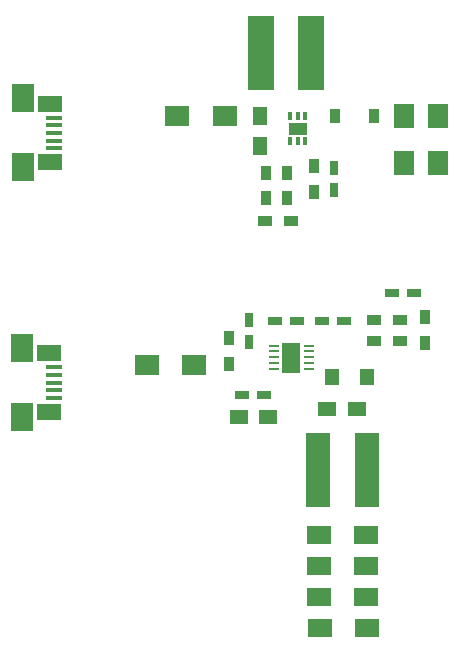
<source format=gbr>
G04 #@! TF.FileFunction,Paste,Top*
%FSLAX46Y46*%
G04 Gerber Fmt 4.6, Leading zero omitted, Abs format (unit mm)*
G04 Created by KiCad (PCBNEW 4.0.4-stable) date 07/27/17 22:09:25*
%MOMM*%
%LPD*%
G01*
G04 APERTURE LIST*
%ADD10C,0.100000*%
%ADD11R,1.200000X0.750000*%
%ADD12R,1.500000X1.250000*%
%ADD13R,1.250000X1.500000*%
%ADD14R,0.750000X1.200000*%
%ADD15R,1.700000X2.000000*%
%ADD16R,2.000000X1.600000*%
%ADD17R,0.900000X1.200000*%
%ADD18R,2.200000X6.300000*%
%ADD19R,2.150000X6.300000*%
%ADD20R,1.200000X0.900000*%
%ADD21R,1.300000X1.400000*%
%ADD22R,2.000000X1.700000*%
%ADD23R,1.380000X0.450000*%
%ADD24R,2.100000X1.475000*%
%ADD25R,1.900000X2.375000*%
%ADD26R,0.300000X0.700000*%
%ADD27R,1.600200X1.016000*%
%ADD28R,0.025400X0.025400*%
%ADD29R,0.850000X0.280000*%
%ADD30C,0.025400*%
%ADD31R,1.600000X2.500000*%
G04 APERTURE END LIST*
D10*
D11*
X104968000Y-102171500D03*
X106868000Y-102171500D03*
D12*
X101937500Y-110299500D03*
X104437500Y-110299500D03*
D11*
X102174000Y-108394500D03*
X104074000Y-108394500D03*
D13*
X103759000Y-84836000D03*
X103759000Y-87336000D03*
D14*
X102806500Y-103947000D03*
X102806500Y-102047000D03*
X109982000Y-91056500D03*
X109982000Y-89156500D03*
D11*
X110868500Y-102171500D03*
X108968500Y-102171500D03*
X114874000Y-99822000D03*
X116774000Y-99822000D03*
D15*
X115951000Y-84804500D03*
X115951000Y-88804500D03*
X118808500Y-84804500D03*
X118808500Y-88804500D03*
D12*
X111930500Y-109601000D03*
X109430500Y-109601000D03*
D16*
X112744000Y-120269000D03*
X108744000Y-120269000D03*
X112744000Y-122872500D03*
X108744000Y-122872500D03*
X112744000Y-125539500D03*
X108744000Y-125539500D03*
X112775500Y-128143000D03*
X108775500Y-128143000D03*
D17*
X113346500Y-84772500D03*
X110046500Y-84772500D03*
D18*
X108022500Y-79438500D03*
X103822500Y-79438500D03*
D19*
X112811200Y-114782600D03*
X108661200Y-114782600D03*
D17*
X101092000Y-103611500D03*
X101092000Y-105811500D03*
X108267500Y-89006500D03*
X108267500Y-91206500D03*
D20*
X115590500Y-102108000D03*
X113390500Y-102108000D03*
D17*
X104267000Y-89578000D03*
X104267000Y-91778000D03*
X106045000Y-91778000D03*
X106045000Y-89578000D03*
D20*
X113390500Y-103822500D03*
X115590500Y-103822500D03*
X106319500Y-93726000D03*
X104119500Y-93726000D03*
D17*
X117729000Y-104033500D03*
X117729000Y-101833500D03*
D21*
X109855000Y-106934000D03*
X112755000Y-106934000D03*
D22*
X98139000Y-105918000D03*
X94139000Y-105918000D03*
X100742500Y-84836000D03*
X96742500Y-84836000D03*
D23*
X86292500Y-87524900D03*
X86292500Y-86874900D03*
X86292500Y-86224900D03*
X86292500Y-85574900D03*
X86292500Y-84924900D03*
D24*
X85936900Y-88696800D03*
X85936900Y-83743800D03*
D25*
X83629500Y-83286600D03*
X83629500Y-89141300D03*
D23*
X86258400Y-108670400D03*
X86258400Y-108020400D03*
X86258400Y-107370400D03*
X86258400Y-106720400D03*
X86258400Y-106070400D03*
D24*
X85902800Y-109842300D03*
X85902800Y-104889300D03*
D25*
X83595400Y-104432100D03*
X83595400Y-110286800D03*
D26*
X106284001Y-86931500D03*
X106934000Y-86931500D03*
X107583999Y-86931500D03*
X107583999Y-84831500D03*
X106934000Y-84831500D03*
X106284001Y-84831500D03*
D27*
X106934000Y-85881500D03*
D28*
X106934000Y-85881500D03*
D29*
X104902000Y-104232199D03*
D30*
X104902000Y-104232199D03*
D29*
X104902000Y-104732201D03*
D30*
X104902000Y-104732201D03*
D29*
X104902000Y-105232200D03*
D30*
X104902000Y-105232200D03*
D29*
X104902000Y-105732199D03*
D30*
X104902000Y-105732199D03*
D29*
X104902000Y-106232201D03*
D30*
X104902000Y-106232201D03*
D29*
X107852002Y-106232201D03*
D30*
X107852002Y-106232201D03*
D29*
X107852002Y-105732199D03*
D30*
X107852002Y-105732199D03*
D29*
X107852002Y-105232200D03*
D30*
X107852002Y-105232200D03*
D29*
X107852002Y-104732201D03*
D30*
X107852002Y-104732201D03*
D29*
X107852002Y-104232199D03*
D30*
X107852002Y-104232199D03*
D31*
X106351601Y-105257600D03*
M02*

</source>
